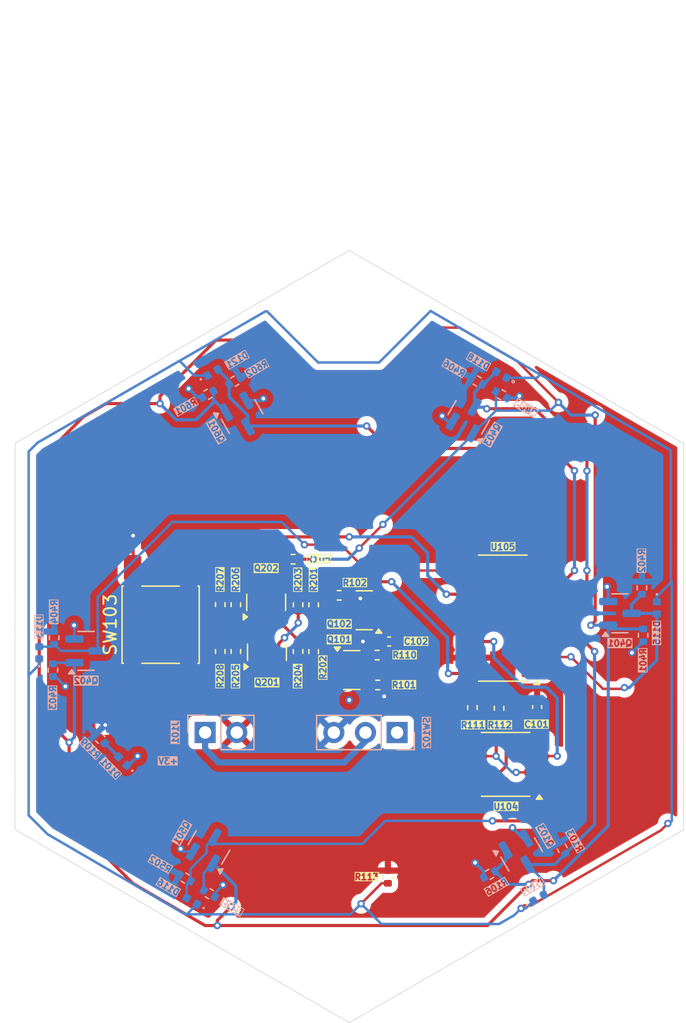
<source format=kicad_pcb>
(kicad_pcb (version 20241229) (generator "pcbnew") (generator_version "9.0")
  (layers (0 "F.Cu" signal) (2 "B.Cu" signal) (13 "F.Paste" user) (15 "B.Paste" user) (5 "F.SilkS" user "F.Silkscreen") (7 "B.SilkS" user "B.Silkscreen") (1 "F.Mask" user) (3 "B.Mask" user) (25 "Edge.Cuts" user))
  (net 0 "")
  (net 1 "GND")
  (net 2 "Net-(Q102-G)")
  (net 3 "Net-(D101-A)")
  (net 4 "/K")
  (net 5 "/SR_Latch/O1")
  (net 6 "/SR_Latch/O2")
  (net 7 "Net-(Q101-D)")
  (net 8 "Net-(Q102-D)")
  (net 9 "+3V")
  (net 10 "Net-(Q201-B)")
  (net 11 "Net-(Q201-E)")
  (net 12 "Net-(Q202-B)")
  (net 13 "Net-(Q202-E)")
  (net 14 "/DIS")
  (net 15 "/SR_Latch/Set")
  (net 16 "+VBatt")
  (net 18 "/CLK")
  (net 21 "/TR")
  (net 22 "VCC")
  (net 23 "/Q0")
  (net 24 "/Q4")
  (net 25 "/Q1")
  (net 26 "/Q5")
  (net 27 "/Q2")
  (net 28 "/Q3")
  (net 29 "/O1")
  (net 33 "/Q9")
  (footprint "Resistor_SMD:R_0402_1005Metric" (layer "F.Cu") (at 152.24 101.49)
    (property "Reference" "R110")
    (property "Value" "100")
  )
  (footprint "Resistor_SMD:R_0402_1005Metric" (layer "F.Cu") (at 162.030864 105.757234 -90)
    (property "Reference" "R112")
    (property "Value" "47k")
  )
  (footprint "MountingHole:MountingHole_3.2mm_M3" (layer "F.Cu") (at 150 73.8)
    (property "Reference" "REF**" (hide yes))
    (property "Value" "MountingHole_3.2mm_M3")
  )
  (footprint "Capacitor_SMD:C_0402_1005Metric" (layer "F.Cu") (at 165.085864 105.657234 90)
    (property "Reference" "C101")
    (property "Value" "1u")
  )
  (footprint "Resistor_SMD:R_0402_1005Metric" (layer "F.Cu") (at 140.89 101.2 90)
    (property "Reference" "R205")
    (property "Value" "10k")
  )
  (footprint "Resistor_SMD:R_0402_1005Metric" (layer "F.Cu") (at 153.1 119.3 -90)
    (property "Reference" "R113")
    (property "Value" "1k")
  )
  (footprint "Package_TO_SOT_SMD:SOT-23" (layer "F.Cu") (at 151.2025 97.89 180)
    (property "Reference" "Q102")
    (property "Value" "BSS84")
  )
  (footprint "Resistor_SMD:R_0402_1005Metric" (layer "F.Cu") (at 139.64 101.2 -90)
    (property "Reference" "R208")
    (property "Value" "100k")
  )
  (footprint "Package_TO_SOT_SMD:SOT-23" (layer "F.Cu") (at 143.3275 97.2625 90)
    (property "Reference" "Q202")
    (property "Value" "2N2222" (hide yes))
  )
  (footprint "Resistor_SMD:R_0402_1005Metric" (layer "F.Cu") (at 139.64 97.44 90)
    (property "Reference" "R207")
    (property "Value" "100k")
  )
  (footprint "Resistor_SMD:R_0402_1005Metric" (layer "F.Cu") (at 147.14 101.21 -90)
    (property "Reference" "R202")
    (property "Value" "1k")
  )
  (footprint "Resistor_SMD:R_0402_1005Metric" (layer "F.Cu") (at 145.49 93.79 180)
    (property "Reference" "R105")
    (property "Value" "100")
  )
  (footprint "Package_SO:SOIC-8_3.9x4.9mm_P1.27mm" (layer "F.Cu") (at 162.560864 110.262234 180)
    (property "Reference" "U104")
    (property "Value" "NE555D")
  )
  (footprint "Package_SO:SOP-16_3.9x9.9mm_P1.27mm" (layer "F.Cu") (at 162.335864 98.522234 180)
    (property "Reference" "U105")
    (property "Value" "4017")
  )
  (footprint "Resistor_SMD:R_0402_1005Metric" (layer "F.Cu") (at 159.885864 105.707234 90)
    (property "Reference" "R111")
    (property "Value" "1k")
  )
  (footprint "MountingHole:MountingHole_3.2mm_M3" (layer "F.Cu") (at 150 125.8)
    (property "Reference" "REF**" (hide yes))
    (property "Value" "MountingHole_3.2mm_M3")
  )
  (footprint "Resistor_SMD:R_0402_1005Metric" (layer "F.Cu") (at 145.89 97.45 90)
    (property "Reference" "R203")
    (property "Value" "10k")
  )
  (footprint "Resistor_SMD:R_0402_1005Metric" (layer "F.Cu") (at 145.89 101.2 90)
    (property "Reference" "R204")
    (property "Value" "10k" (hide yes))
  )
  (footprint "Package_TO_SOT_SMD:SOT-23" (layer "F.Cu") (at 150.2025 102.69)
    (property "Reference" "Q101")
    (property "Value" "2N7002")
  )
  (footprint "Button_Switch_SMD:SW_Push_1P1T_NO_E-Switch_TL3301NxxxxxG" (layer "F.Cu") (at 134.85 99.05 90)
    (property "Reference" "SW103")
    (property "Value" "SW_DIP_x01")
  )
  (footprint "Resistor_SMD:R_0402_1005Metric" (layer "F.Cu") (at 149.19 96.69 180)
    (property "Reference" "R102")
    (property "Value" "300")
  )
  (footprint "Package_TO_SOT_SMD:SOT-23" (layer "F.Cu") (at 143.39 101.2625 90)
    (property "Reference" "Q201")
    (property "Value" "2N2222")
  )
  (footprint "Resistor_SMD:R_0402_1005Metric" (layer "F.Cu") (at 147.14 97.45 90)
    (property "Reference" "R201")
    (property "Value" "1k")
  )
  (footprint "Resistor_SMD:R_0402_1005Metric" (layer "F.Cu") (at 140.89 97.44 90)
    (property "Reference" "R206")
    (property "Value" "10k")
  )
  (footprint "Capacitor_SMD:C_0402_1005Metric" (layer "F.Cu") (at 153.2 100.4)
    (property "Reference" "C102")
    (property "Value" "0.1u")
  )
  (footprint "Resistor_SMD:R_0402_1005Metric" (layer "F.Cu") (at 152.29 103.89)
    (property "Reference" "R101")
    (property "Value" "100k")
  )
  (footprint "Package_TO_SOT_SMD:SOT-23" (layer "B.Cu") (at 171.7375 98.1375)
    (property "Reference" "Q401")
    (property "Value" "IRLML6244")
  )
  (footprint "Resistor_SMD:R_0402_1005Metric" (layer "B.Cu") (at 130 108.2 135)
    (property "Reference" "R109")
    (property "Value" "470")
  )
  (footprint "Package_TO_SOT_SMD:SOT-23" (layer "B.Cu") (at 163.846025 117.486899 -60)
    (property "Reference" "Q103")
    (property "Value" "IRLML6244")
  )
  (footprint "LED_SMD:LED_0402_1005Metric" (layer "B.Cu") (at 174.7 97.7 -90)
    (property "Reference" "D115")
    (property "Value" "LED_Small")
  )
  (footprint "Resistor_SMD:R_0402_1005Metric" (layer "B.Cu") (at 161.259126 119.090874 30)
    (property "Reference" "R106")
    (property "Value" "100k")
  )
  (footprint "LED_SMD:LED_0402_1005Metric" (layer "B.Cu") (at 131.8 110 135)
    (property "Reference" "D101")
    (property "Value" "LED_Small")
  )
  (footprint "Package_TO_SOT_SMD:SOT-23" (layer "B.Cu") (at 159.6 82.4 60)
    (property "Reference" "Q403")
    (property "Value" "IRLML6244")
  )
  (footprint "LED_SMD:LED_0402_1005Metric" (layer "B.Cu") (at 165.209126 120.990874 30)
    (property "Reference" "D102")
    (property "Value" "LED_Small")
  )
  (footprint "Connector_PinHeader_2.54mm:PinHeader_1x03_P2.54mm_Vertical" (layer "B.Cu") (at 153.84 107.707137 90)
    (property "Reference" "SW102")
    (property "Value" "SW_SPDT")
  )
  (footprint "Connector_PinHeader_2.54mm:PinHeader_1x02_P2.54mm_Vertical" (layer "B.Cu") (at 138.425 107.7 -90)
    (property "Reference" "J101")
    (property "Value" "Conn_01x02")
  )
  (footprint "Resistor_SMD:R_0402_1005Metric" (layer "B.Cu") (at 173.6 99.9 90)
    (property "Reference" "R401")
    (property "Value" "100k")
  )
  (footprint "Resistor_SMD:R_0402_1005Metric" (layer "B.Cu") (at 126.3 100.1 90)
    (property "Reference" "R404")
    (property "Value" "470")
  )
  (footprint "Resistor_SMD:R_0402_1005Metric" (layer "B.Cu") (at 138.65 80.55 30)
    (property "Reference" "R601")
    (property "Value" "100k")
  )
  (footprint "LED_SMD:LED_0402_1005Metric" (layer "B.Cu") (at 139.020022 78.8075 30)
    (property "Reference" "D121")
    (property "Value" "LED_Small")
  )
  (footprint "Resistor_SMD:R_0402_1005Metric" (layer "B.Cu") (at 138.758327 120.641673 150)
    (property "Reference" "R501")
    (property "Value" "100k")
  )
  (footprint "Resistor_SMD:R_0402_1005Metric" (layer "B.Cu") (at 167.1 117 120)
    (property "Reference" "R103")
    (property "Value" "470")
  )
  (footprint "Package_TO_SOT_SMD:SOT-23" (layer "B.Cu") (at 138.727077 116.929774 60)
    (property "Reference" "Q501")
    (property "Value" "IRLML6244")
  )
  (footprint "LED_SMD:LED_0402_1005Metric" (layer "B.Cu") (at 125.1 101.3 90)
    (property "Reference" "D113")
    (property "Value" "LED_Small")
  )
  (footprint "LED_SMD:LED_0402_1005Metric" (layer "B.Cu") (at 137.358327 121.241673 150)
    (property "Reference" "D116")
    (property "Value" "LED_Small")
  )
  (footprint "Resistor_SMD:R_0402_1005Metric" (layer "B.Cu") (at 126.2 102.7 90)
    (property "Reference" "R403")
    (property "Value" "100k")
  )
  (footprint "Package_TO_SOT_SMD:SOT-23" (layer "B.Cu") (at 128.8625 101.15)
    (property "Reference" "Q402")
    (property "Value" "IRLML6244")
  )
  (footprint "Resistor_SMD:R_0402_1005Metric" (layer "B.Cu") (at 162.21875 80.588101 150)
    (property "Reference" "R405")
    (property "Value" "100k")
  )
  (footprint "Package_TO_SOT_SMD:SOT-23" (layer "B.Cu") (at 141.391474 82.336899 -60)
    (property "Reference" "Q601")
    (property "Value" "IRLML6244")
  )
  (footprint "Resistor_SMD:R_0402_1005Metric" (layer "B.Cu") (at 136.816654 119.386673 150)
    (property "Reference" "R502")
    (property "Value" "470")
  )
  (footprint "LED_SMD:LED_0402_1005Metric" (layer "B.Cu") (at 162.21875 78.988101 150)
    (property "Reference" "D118")
    (property "Value" "LED_Small")
  )
  (footprint "Resistor_SMD:R_0402_1005Metric" (layer "B.Cu") (at 160.26875 79.488101 150)
    (property "Reference" "R406")
    (property "Value" "470")
  )
  (footprint "Resistor_SMD:R_0402_1005Metric" (layer "B.Cu") (at 140.8 79.5 30)
    (property "Reference" "R602")
    (property "Value" "470")
  )
  (footprint "Resistor_SMD:R_0402_1005Metric" (layer "B.Cu") (at 173.5 96.09 90)
    (property "Reference" "R402")
    (property "Value" "470")
  )
  (gr_line (start 150 131) (end 176.839852 115.512004) (stroke (width 0.05)) (layer "Edge.Cuts"))
  (gr_line (start 123.163456 84.482272) (end 123.146573 115.488492) (stroke (width 0.05)) (layer "Edge.Cuts"))
  (gr_line (start 150 69) (end 123.163456 84.482272) (stroke (width 0.05)) (layer "Edge.Cuts"))
  (gr_line (start 176.848466 84.502908) (end 150 69) (stroke (width 0.05)) (layer "Edge.Cuts"))
  (gr_line (start 150 131) (end 123.146573 115.488492) (stroke (width 0.05)) (layer "Edge.Cuts"))
  (gr_line (start 176.839852 115.512004) (end 176.848466 84.502908) (stroke (width 0.05)) (layer "Edge.Cuts"))
  (gr_text "+3V" (at 136.3 110.3 0) (layer "B.SilkS" knockout) (effects (font (size 0.5 0.5) (thickness 0.125) (bold yes)) (justify left bottom mirror)))
  (segment (start 150 105.1) (end 149.265 104.365) (width 0.254) (layer "F.Cu") (net 1))
  (segment (start 149.265 104.365) (end 149.265 103.64) (width 0.254) (layer "F.Cu") (net 1))
  (segment (start 138.992 101.062) (end 139.64 101.71) (width 0.254) (layer "F.Cu") (net 1))
  (segment (start 138.992 99.8) (end 138.992 101.062) (width 0.254) (layer "F.Cu") (net 1))
  (segment (start 139.64 96.93) (end 138.992 97.578) (width 0.254) (layer "F.Cu") (net 1))
  (segment (start 138.992 97.578) (end 138.992 98.8) (width 0.254) (layer "F.Cu") (net 1))
  (segment (start 138.992 98.8) (end 138.992 99.8) (width 0.254) (layer "F.Cu") (net 1))
  (segment (start 165.095864 105.187234) (end 165.085864 105.177234) (width 0.254) (layer "F.Cu") (net 1))
  (via (at 133 109.6) (size 0.6) (drill 0.3) (layers "F.Cu" "B.Cu") (net 1))
  (via (at 143.1 80.9) (size 0.6) (drill 0.3) (layers "F.Cu" "B.Cu") (net 1))
  (via (at 150 105.1) (size 0.6) (drill 0.3) (layers "F.Cu" "B.Cu") (net 1))
  (via (at 127.9 99.1) (size 0.6) (drill 0.3) (layers "F.Cu" "B.Cu") (net 1))
  (via (at 160.107924 118.15565) (size 0.6) (drill 0.3) (layers "F.Cu" "B.Cu") (net 1))
  (via (at 170.7 96) (size 0.6) (drill 0.3) (layers "F.Cu" "B.Cu") (net 1))
  (via (at 127.2 104) (size 0.6) (drill 0.3) (layers "F.Cu" "B.Cu") (net 1))
  (via (at 139.858327 119.941673) (size 0.6) (drill 0.3) (layers "F.Cu" "B.Cu") (net 1))
  (via (at 136.458327 117.041673) (size 0.6) (drill 0.3) (layers "F.Cu" "B.Cu") (net 1))
  (via (at 163.107924 115.35565) (size 0.6) (drill 0.3) (layers "F.Cu" "B.Cu") (net 1))
  (via (at 157.458526 82.286899) (size 0.6) (drill 0.3) (layers "F.Cu" "B.Cu") (net 1))
  (via (at 163.658526 80.686899) (size 0.6) (drill 0.3) (layers "F.Cu" "B.Cu") (net 1))
  (via (at 137.1 80.1) (size 0.6) (drill 0.3) (layers "F.Cu" "B.Cu") (net 1))
  (via (at 172.7 101.3) (size 0.6) (drill 0.3) (layers "F.Cu" "B.Cu") (net 1))
  (segment (start 157.908526 82.736899) (end 157.458526 82.286899) (width 0.254) (layer "B.Cu") (net 1))
  (segment (start 170.8 97.1875) (end 170.8 96.1) (width 0.254) (layer "B.Cu") (net 1))
  (segment (start 173.6 100.41) (end 173.59 100.41) (width 0.254) (layer "B.Cu") (net 1))
  (segment (start 162.660423 80.843101) (end 163.502324 80.843101) (width 0.254) (layer "B.Cu") (net 1))
  (segment (start 158.308526 82.736899) (end 157.908526 82.736899) (width 0.254) (layer "B.Cu") (net 1))
  (segment (start 127.925 100.2) (end 127.925 99.125) (width 0.2) (layer "B.Cu") (net 1))
  (segment (start 141.745448 81.05) (end 142.95 81.05) (width 0.254) (layer "B.Cu") (net 1))
  (segment (start 160.817453 118.865179) (end 160.107924 118.15565) (width 0.254) (layer "B.Cu") (net 1))
  (segment (start 170.8 96.1) (end 170.7 96) (width 0.254) (layer "B.Cu") (net 1))
  (segment (start 132.257053 110.342947) (end 133 109.6) (width 0.254) (layer "B.Cu") (net 1))
  (segment (start 173.59 100.41) (end 172.7 101.3) (width 0.254) (layer "B.Cu") (net 1))
  (segment (start 163.502324 80.843101) (end 163.658526 80.686899) (width 0.254) (layer "B.Cu") (net 1))
  (segment (start 132.142947 110.342947) (end 132.257053 110.342947) (width 0.254) (layer "B.Cu") (net 1))
  (segment (start 126.41 103.21) (end 127.2 104) (width 0.2) (layer "B.Cu") (net 1))
  (segment (start 139.2 120.6) (end 139.858327 119.941673) (width 0.2) (layer "B.Cu") (net 1))
  (segment (start 160.817453 119.345874) (end 160.817453 118.865179) (width 0.254) (layer "B.Cu") (net 1))
  (segment (start 137.435603 117.266673) (end 136.683327 117.266673) (width 0.2) (layer "B.Cu") (net 1))
  (segment (start 138.208327 80.805) (end 137.805 80.805) (width 0.254) (layer "B.Cu") (net 1))
  (segment (start 163.952274 116.2) (end 163.107924 115.35565) (width 0.254) (layer "B.Cu") (net 1))
  (segment (start 137.805 80.805) (end 137.1 80.1) (width 0.254) (layer "B.Cu") (net 1))
  (segment (start 164.2 116.2) (end 163.952274 116.2) (width 0.254) (layer "B.Cu") (net 1))
  (segment (start 142.95 81.05) (end 143.1 80.9) (width 0.254) (layer "B.Cu") (net 1))
  (segment (start 152.72 101.46) (end 152.75 101.49) (width 0.254) (layer "F.Cu") (net 2))
  (segment (start 152.72 99.42) (end 152.72 100.39) (width 0.254) (layer "F.Cu") (net 2))
  (segment (start 152.72 100.39) (end 152.72 101.46) (width 0.254) (layer "F.Cu") (net 2))
  (segment (start 152.14 98.84) (end 152.72 99.42) (width 0.254) (layer "F.Cu") (net 2))
  (segment (start 131.457053 109.657053) (end 130.360624 108.560624) (width 0.254) (layer "B.Cu") (net 3))
  (segment (start 164.038101 121.582604) (end 163.79666 121.824045) (width 0.2) (layer "F.Cu") (net 4))
  (segment (start 152.59 119.81) (end 150.95 121.45) (width 0.2) (layer "F.Cu") (net 4))
  (segment (start 164.611487 121.582604) (end 164.038101 121.582604) (width 0.2) (layer "F.Cu") (net 4))
  (segment (start 153.1 119.81) (end 152.59 119.81) (width 0.2) (layer "F.Cu") (net 4))
  (segment (start 175.041328 115.549463) (end 164.611487 121.582604) (width 0.2) (layer "F.Cu") (net 4))
  (segment (start 175.586685 115.004106) (end 175.041328 115.549463) (width 0.2) (layer "F.Cu") (net 4))
  (via (at 150.95 121.45) (size 0.6) (drill 0.3) (layers "F.Cu" "B.Cu") (net 4))
  (via (at 163.79666 121.824045) (size 0.6) (drill 0.3) (layers "F.Cu" "B.Cu") (net 4))
  (via (at 175.586685 115.004106) (size 0.6) (drill 0.3) (layers "F.Cu" "B.Cu") (net 4))
  (segment (start 147.5 78) (end 143.394836 73.894836) (width 0.2) (layer "B.Cu") (net 4))
  (segment (start 137.55 79.05) (end 136.367641 77.867641) (width 0.2) (layer "B.Cu") (net 4))
  (segment (start 164.175955 121.824045) (end 164.766626 121.233374) (width 0.2) (layer "B.Cu") (net 4))
  (segment (start 150.1 122.3) (end 150.95 121.45) (width 0.2) (layer "B.Cu") (net 4))
  (segment (start 156.53176 73.862452) (end 152.394212 78) (width 0.2) (layer "B.Cu") (net 4))
  (segment (start 143.264326 73.894836) (end 136.367641 77.867641) (width 0.2) (layer "B.Cu") (net 4))
  (segment (start 163.79666 121.824045) (end 164.175955 121.824045) (width 0.2) (layer "B.Cu") (net 4))
  (segment (start 136.962522 122.3) (end 150.1 122.3) (width 0.2) (layer "B.Cu") (net 4))
  (segment (start 165.069399 79.230601) (end 165.332682 78.967318) (width 0.2) (layer "B.Cu") (net 4))
  (segment (start 174.7 96.8) (end 174.7 97.215) (width 0.2) (layer "B.Cu") (net 4))
  (segment (start 175.822071 95.522071) (end 175.9 95.6) (width 0.2) (layer "B.Cu") (net 4))
  (segment (start 125.765199 115.865199) (end 136.817178 122.3) (width 0.2) (layer "B.Cu") (net 4))
  (segment (start 165.332682 78.967318) (end 175.822071 85.051559) (width 0.2) (layer "B.Cu") (net 4))
  (segment (start 124.962446 84.437554) (end 124.249945 85.150055) (width 0.2) (layer "B.Cu") (net 4))
  (segment (start 143.394836 73.894836) (end 143.264326 73.894836) (width 0.2) (layer "B.Cu") (net 4))
  (segment (start 136.817178 122.3) (end 136.962522 122.3) (width 0.2) (layer "B.Cu") (net 4))
  (segment (start 175.695894 115.004106) (end 175.9 114.8) (width 0.2) (layer "B.Cu") (net 4))
  (segment (start 165.332682 78.967318) (end 156.53176 73.862452) (width 0.2) (layer "B.Cu") (net 4))
  (segment (start 162.638774 79.230601) (end 165.069399 79.230601) (width 0.2) (layer "B.Cu") (net 4))
  (segment (start 175.822071 85.051559) (end 175.822071 95.522071) (width 0.2) (layer "B.Cu") (net 4))
  (segment (start 162.026786 123.077724) (end 163.251303 122.369402) (width 0.2) (layer "B.Cu") (net 4))
  (segment (start 136.962522 122.3) (end 137.778349 121.484173) (width 0.2) (layer "B.Cu") (net 4))
  (segment (start 138.6 79.05) (end 137.55 79.05) (width 0.2) (layer "B.Cu") (net 4))
  (segment (start 175.586685 115.004106) (end 175.695894 115.004106) (width 0.2) (layer "B.Cu") (net 4))
  (segment (start 164.766626 121.233374) (end 164.789104 121.233374) (width 0.2) (layer "B.Cu") (net 4))
  (segment (start 136.367641 77.867641) (end 124.962446 84.437554) (width 0.2) (layer "B.Cu") (net 4))
  (segment (start 175.9 95.6) (end 174.7 96.8) (width 0.2) (layer "B.Cu") (net 4))
  (segment (start 150.95 121.45) (end 152.577724 123.077724) (width 0.2) (layer "B.Cu") (net 4))
  (segment (start 150.95 121.45) (end 150.9 121.4) (width 0.2) (layer "B.Cu") (net 4))
  (segment (start 125.1 102.261971) (end 125.1 101.785) (width 0.2) (layer "B.Cu") (net 4))
  (segment (start 124.249945 114.349945) (end 125.765199 115.865199) (width 0.2) (layer "B.Cu") (net 4))
  (segment (start 124.249945 85.150055) (end 124.249945 103.112026) (width 0.2) (layer "B.Cu") (net 4))
  (segment (start 124.249945 103.112026) (end 124.249945 114.349945) (width 0.2) (layer "B.Cu") (net 4))
  (segment (start 124.249945 103.112026) (end 125.1 102.261971) (width 0.2) (layer "B.Cu") (net 4))
  (segment (start 152.577724 123.077724) (end 162.026786 123.077724) (width 0.2) (layer "B.Cu") (net 4))
  (segment (start 152.394212 78) (end 147.5 78) (width 0.2) (layer "B.Cu") (net 4))
  (segment (start 175.9 95.6) (end 175.9 114.8) (width 0.2) (layer "B.Cu") (net 4))
  (segment (start 163.251303 122.369402) (end 163.79666 121.824045) (width 0.2) (layer "B.Cu") (net 4))
  (segment (start 143.375 96.325) (end 143.35125 96.34875) (width 0.254) (layer "F.Cu") (net 5))
  (segment (start 143.3275 96.325) (end 143.375 96.325) (width 0.254) (layer "F.Cu") (net 5))
  (segment (start 144.98 94.6725) (end 143.3275 96.325) (width 0.254) (layer "F.Cu") (net 5))
  (segment (start 143.35125 96.34875) (end 143.9425 96.94) (width 0.254) (layer "F.Cu") (net 5))
  (segment (start 144.98 93.79) (end 144.98 94.6725) (width 0.254) (layer "F.Cu") (net 5))
  (segment (start 143.9425 96.94) (end 145.89 96.94) (width 0.254) (layer "F.Cu") (net 5))
  (segment (start 147.14 96.94) (end 145.89 96.94) (width 0.254) (layer "F.Cu") (net 5))
  (segment (start 149.265 101.74) (end 147.16 101.74) (width 0.254) (layer "F.Cu") (net 6))
  (segment (start 147.14 101.72) (end 145.9 101.72) (width 0.254) (layer "F.Cu") (net 6))
  (segment (start 147.16 101.74) (end 147.14 101.72) (width 0.254) (layer "F.Cu") (net 6))
  (segment (start 143.39 103.89) (end 143.6 104.1) (width 0.254) (layer "F.Cu") (net 6))
  (segment (start 143.39 100.325) (end 143.39 103.89) (width 0.254) (layer "F.Cu") (net 6))
  (segment (start 144.8 104.1) (end 145.89 103.01) (width 0.254) (layer "F.Cu") (net 6))
  (segment (start 145.9 101.72) (end 145.89 101.71) (width 0.254) (layer "F.Cu") (net 6))
  (segment (start 143.6 104.1) (end 144.8 104.1) (width 0.254) (layer "F.Cu") (net 6))
  (segment (start 145.89 103.01) (end 145.89 101.71) (width 0.254) (layer "F.Cu") (net 6))
  (segment (start 151.14 102.08) (end 151.73 101.49) (width 0.254) (layer "F.Cu") (net 7))
  (segment (start 151.14 102.69) (end 151.14 102.08) (width 0.254) (layer "F.Cu") (net 7))
  (segment (start 151.14 103.25) (end 151.78 103.89) (width 0.254) (layer "F.Cu") (net 7))
  (segment (start 151.14 102.69) (end 151.14 103.25) (width 0.254) (layer "F.Cu") (net 7))
  (segment (start 149.7 96.69) (end 149.7 97.325) (width 0.254) (layer "F.Cu") (net 8))
  (segment (start 149.7 97.325) (end 150.265 97.89) (width 0.254) (layer "F.Cu") (net 8))
  (segment (start 147.44 100.4) (end 151.1 100.4) (width 0.254) (layer "F.Cu") (net 9))
  (segment (start 132.64 91.9) (end 132.64 104.86) (width 0.254) (layer "F.Cu") (net 9))
  (segment (start 147.14 100.7) (end 147.44 100.4) (width 0.254) (layer "F.Cu") (net 9))
  (segment (start 150.89 96.94) (end 152.14 96.94) (width 0.254) (layer "F.Cu") (net 9))
  (segment (start 147.14 100.7) (end 147.14 97.96) (width 0.254) (layer "F.Cu") (net 9))
  (segment (start 152.8 104.8) (end 152.8 103.89) (width 0.254) (layer "F.Cu") (net 9))
  (segment (start 132.64 104.86) (end 130.4 107.1) (width 0.254) (layer "F.Cu") (net 9))
  (via (at 152.8 104.8) (size 0.6) (drill 0.3) (layers "F.Cu" "B.Cu") (net 9))
  (via (at 150.89 96.94) (size 0.6) (drill 0.3) (layers "F.Cu" "B.Cu") (net 9))
  (via (at 151.1 100.4) (size 0.6) (drill 0.3) (layers "F.Cu" "B.Cu") (net 9))
  (via (at 130.4 107.1) (size 0.6) (drill 0.3) (layers "F.Cu" "B.Cu") (net 9))
  (via (at 132.64 91.9) (size 0.6) (drill 0.3) (layers "F.Cu" "B.Cu") (net 9))
  (segment (start 130.378752 107.1) (end 129.639376 107.839376) (width 0.254) (layer "B.Cu") (net 9))
  (segment (start 130.4 107.1) (end 130.378752 107.1) (width 0.254) (layer "B.Cu") (net 9))
  (segment (start 145.9 97.97) (end 145.89 97.96) (width 0.254) (layer "F.Cu") (net 10))
  (segment (start 145.9 98.9) (end 145.9 97.97) (width 0.254) (layer "F.Cu") (net 10))
  (segment (start 144.34 100.56) (end 144.8 100.1) (width 0.254) (layer "F.Cu") (net 10))
  (segment (start 144.34 102.2) (end 144.34 101.26) (width 0.254) (layer "F.Cu") (net 10))
  (segment (start 144.34 101.26) (end 144.34 100.56) (width 0.254) (layer "F.Cu") (net 10))
  (segment (start 145.8 98.05) (end 145.89 97.96) (width 0.254) (layer "F.Cu") (net 10))
  (via (at 144.8 100.1) (size 0.6) (drill 0.3) (layers "F.Cu" "B.Cu") (net 10))
  (via (at 145.9 98.9) (size 0.6) (drill 0.3) (layers "F.Cu" "B.Cu") (net 10))
  (segment (start 145.9 99) (end 145.9 98.9) (width 0.254) (layer "B.Cu") (net 10))
  (segment (start 144.8 100.1) (end 145.9 99) (width 0.254) (layer "B.Cu") (net 10))
  (segment (start 142.44 101.49) (end 142.44 102.2) (width 0.254) (layer "F.Cu") (net 11))
  (segment (start 141.64 100.69) (end 142.44 101.49) (width 0.254) (layer "F.Cu") (net 11))
  (segment (start 140.89 100.69) (end 141.64 100.69) (width 0.254) (layer "F.Cu") (net 11))
  (segment (start 139.64 100.69) (end 140.89 100.69) (width 0.254) (layer "F.Cu") (net 11))
  (segment (start 145.89 100.69) (end 145.89 100.29) (width 0.254) (layer "F.Cu") (net 12))
  (segment (start 144.2775 98.6775) (end 144.2775 98.2) (width 0.254) (layer "F.Cu") (net 12))
  (segment (start 145.89 100.29) (end 144.2775 98.6775) (width 0.254) (layer "F.Cu") (net 12))
  (segment (start 140.89 97.95) (end 142.1275 97.95) (width 0.254) (layer "F.Cu") (net 13))
  (segment (start 142.1275 97.95) (end 142.3775 98.2) (width 0.254) (layer "F.Cu") (net 13))
  (segment (start 139.64 97.95) (end 140.89 97.95) (width 0.254) (layer "F.Cu") (net 13))
  (segment (start 161.745 105.165) (end 160.675 106.235) (width 0.2) (layer "F.Cu") (net 14))
  (segment (start 162.145 105.165) (end 161.745 105.165) (width 0.2) (layer "F.Cu") (net 14))
  (segment (start 160.675 106.235) (end 160.185 106.235) (width 0.2) (layer "F.Cu") (net 14))
  (segment (start 159.025001 110.905) (end 160 110.905) (width 0.2) (layer "F.Cu") (net 14))
  (segment (start 158.25 110.129999) (end 159.025001 110.905) (width 0.2) (layer "F.Cu") (net 14))
  (segment (start 159.24 106.235) (end 158.25 107.225) (width 0.2) (layer "F.Cu") (net 14))
  (segment (start 159.85 106.235) (end 159.24 106.235) (width 0.2) (layer "F.Cu") (net 14))
  (segment (start 158.25 107.225) (end 158.25 110.129999) (width 0.2) (layer "F.Cu") (net 14))
  (segment (start 160.59 106.235) (end 159.85 106.235) (width 0.2) (layer "F.Cu") (net 14))
  (segment (start 137 103.2) (end 137 95.69) (width 0.254) (layer "F.Cu") (net 15))
  (segment (start 140.89 101.71) (end 140.89 103.01) (width 0.254) (layer "F.Cu") (net 15))
  (segment (start 137.4 103.6) (end 137 103.2) (width 0.254) (layer "F.Cu") (net 15))
  (segment (start 137 95.69) (end 137.1 95.59) (width 0.254) (layer "F.Cu") (net 15))
  (segment (start 140.3 103.6) (end 137.4 103.6) (width 0.254) (layer "F.Cu") (net 15))
  (segment (start 140.89 103.01) (end 140.3 103.6) (width 0.254) (layer "F.Cu") (net 15))
  (segment (start 137.1 95.59) (end 137.1 94.5) (width 0.254) (layer "F.Cu") (net 15))
  (segment (start 139.507137 110.107137) (end 149.592863 110.107137) (width 0.508) (layer "B.Cu") (net 16))
  (segment (start 149.592863 110.107137) (end 151.3 108.4) (width 0.508) (layer "B.Cu") (net 16))
  (segment (start 138.425 109.025) (end 139.507137 110.107137) (width 0.508) (layer "B.Cu") (net 16))
  (segment (start 138.425 107.7) (end 138.425 109.025) (width 0.508) (layer "B.Cu") (net 16))
  (segment (start 166.7 109.6) (end 165.331968 109.6) (width 0.2) (layer "F.Cu") (net 18))
  (segment (start 159.863098 100.4) (end 159.835864 100.427234) (width 0.254) (layer "F.Cu") (net 18))
  (segment (start 161.6 100.4) (end 159.863098 100.4) (width 0.254) (layer "F.Cu") (net 18))
  (segment (start 165.296968 109.635) (end 164.95 109.635) (width 0.2) (layer "F.Cu") (net 18))
  (segment (start 165.331968 109.6) (end 165.296968 109.635) (width 0.2) (layer "F.Cu") (net 18))
  (via (at 161.6 100.4) (size 0.6) (drill 0.3) (layers "F.Cu" "B.Cu") (net 18))
  (via (at 166.7 109.6) (size 0.6) (drill 0.3) (layers "F.Cu" "B.Cu") (net 18))
  (segment (start 161.6 100.4) (end 161.6 101.675) (width 0.254) (layer "B.Cu") (net 18))
  (segment (start 164 104.075) (end 165.841523 104.075) (width 0.254) (layer "B.Cu") (net 18))
  (segment (start 161.6 101.675) (end 164 104.075) (width 0.254) (layer "B.Cu") (net 18))
  (segment (start 166.7 104.933477) (end 166.7 109.6) (width 0.254) (layer "B.Cu") (net 18))
  (segment (start 165.841523 104.075) (end 166.7 104.933477) (width 0.254) (layer "B.Cu") (net 18))
  (segment (start 161.8 109.593098) (end 161.8 106.498098) (width 0.254) (layer "F.Cu") (net 21))
  (segment (start 161.785864 109.607234) (end 160.105864 109.607234) (width 0.2) (layer "F.Cu") (net 21))
  (segment (start 162.22 106.2) (end 164.905 106.2) (width 0.254) (layer "F.Cu") (net 21))
  (segment (start 163.4 110.905) (end 164.95 110.905) (width 0.2) (layer "F.Cu") (net 21))
  (segment (start 161.785864 109.607234) (end 161.8 109.593098) (width 0.254) (layer "F.Cu") (net 21))
  (segment (start 161.8 106.498098) (end 162.030864 106.267234) (width 0.254) (layer "F.Cu") (net 21))
  (segment (start 160.105864 109.607234) (end 160.085864 109.627234) (width 0.2) (layer "F.Cu") (net 21))
  (segment (start 164.905 106.2) (end 164.95 106.155) (width 0.2) (layer "F.Cu") (net 21))
  (via (at 161.785864 109.607234) (size 0.6) (drill 0.3) (layers "F.Cu" "B.Cu") (net 21))
  (via (at 163.4 110.905) (size 0.6) (drill 0.3) (layers "F.Cu" "B.Cu") (net 21))
  (segment (start 163.38363 110.92137) (end 163.4 110.905) (width 0.2) (layer "B.Cu") (net 21))
  (segment (start 161.785864 109.607234) (end 163.1 110.92137) (width 0.2) (layer "B.Cu") (net 21))
  (segment (start 163.1 110.92137) (end 163.38363 110.92137) (width 0.2) (layer "B.Cu") (net 21))
  (segment (start 165.035864 108.357234) (end 163.342766 108.357234) (width 0.254) (layer "F.Cu") (net 22))
  (segment (start 157.585864 110.375) (end 159.378098 112.167234) (width 0.254) (layer "F.Cu") (net 22))
  (segment (start 163.342766 108.357234) (end 162.6 109.1) (width 0.254) (layer "F.Cu") (net 22))
  (segment (start 159.565865 105.197234) (end 157.585864 107.177235) (width 0.254) (layer "F.Cu") (net 22))
  (segment (start 162.2 110.8) (end 160.825 112.175) (width 0.254) (layer "F.Cu") (net 22))
  (segment (start 148.68 96.69) (end 149.77 95.6) (width 0.254) (layer "F.Cu") (net 22))
  (segment (start 159.378098 112.167234) (end 160.085864 112.167234) (width 0.254) (layer "F.Cu") (net 22))
  (segment (start 157.965864 102.967234) (end 159.835864 102.967234) (width 0.254) (layer "F.Cu") (net 22))
  (segment (start 153.4 95.6) (end 153.6 95.6) (width 0.254) (layer "F.Cu") (net 22))
  (segment (start 159.835864 105.200864) (end 159.85 105.215) (width 0.2) (layer "F.Cu") (net 22))
  (segment (start 164.95 108.365) (end 164.635 108.365) (width 0.2) (layer "F.Cu") (net 22))
  (segment (start 157.585864 107.177235) (end 157.585864 110.375) (width 0.254) (layer "F.Cu") (net 22))
  (segment (start 160.25 102.915) (end 159.835864 103.329136) (width 0.2) (layer "F.Cu") (net 22))
  (segment (start 159.835864 103.329136) (end 159.835864 105.200864) (width 0.2) (layer "F.Cu") (net 22))
  (segment (start 149.77 95.6) (end 153.4 95.6) (width 0.254) (layer "F.Cu") (net 22))
  (segment (start 162.6 109.1) (end 162.6 110.4) (width 0.254) (layer "F.Cu") (net 22))
  (segment (start 162.6 110.4) (end 162.2 110.8) (width 0.254) (layer "F.Cu") (net 22))
  (segment (start 159.885864 105.197234) (end 159.565865 105.197234) (width 0.254) (layer "F.Cu") (net 22))
  (via (at 153.4 95.6) (size 0.6) (drill 0.3) (layers "F.Cu" "B.Cu") (net 22))
  (via (at 157.965864 102.967234) (size 0.6) (drill 0.3) (layers "F.Cu" "B.Cu") (net 22))
  (segment (start 157.9 100.1) (end 153.4 95.6) (width 0.254) (layer "B.Cu") (net 22))
  (segment (start 157.965864 102.967234) (end 157.9 102.90137) (width 0.254) (layer "B.Cu") (net 22))
  (segment (start 157.9 102.90137) (end 157.9 100.1) (width 0.254) (layer "B.Cu") (net 22))
  (segment (start 164.835864 100.427234) (end 168.927234 100.427234) (width 0.254) (layer "F.Cu") (net 23))
  (segment (start 169.7 101.2) (end 169.6 101.1) (width 0.254) (layer "F.Cu") (net 23))
  (segment (start 168.927234 100.427234) (end 169.7 101.2) (width 0.254) (layer "F.Cu") (net 23))
  (via (at 169.7 101.2) (size 0.6) (drill 0.3) (layers "F.Cu" "B.Cu") (net 23))
  (segment (start 165.451626 120.570852) (end 165.685882 120.805108) (width 0.254) (layer "B.Cu") (net 23))
  (segment (start 166.497874 118.298799) (end 169.7 115.096673) (width 0.254) (layer "B.Cu") (net 23))
  (segment (start 165.629148 120.748374) (end 165.629148 119.613172) (width 0.2) (layer "B.Cu") (net 23))
  (segment (start 169.7 115.096673) (end 169.7 101.2) (width 0.254) (layer "B.Cu") (net 23))
  (segment (start 164.314775 118.298799) (end 166.497874 118.298799) (width 0.254) (layer "B.Cu") (net 23))
  (segment (start 165.629148 119.613172) (end 164.314775 118.298799) (width 0.2) (layer "B.Cu") (net 23))
  (segment (start 159.18863 94.7) (end 159.835864 95.347234) (width 0.2) (layer "F.Cu") (net 24))
  (segment (start 149.327 92.627) (end 151.4 94.7) (width 0.2) (layer "F.Cu") (net 24))
  (segment (start 146.4 92.627) (end 149.327 92.627) (width 0.2) (layer "F.Cu") (net 24))
  (segment (start 151.4 94.7) (end 159.18863 94.7) (width 0.2) (layer "F.Cu") (net 24))
  (via (at 146.4 92.627) (size 0.6) (drill 0.3) (layers "F.Cu" "B.Cu") (net 24))
  (segment (start 129.8 96.8) (end 129.8 101.15) (width 0.2) (layer "B.Cu") (net 24))
  (segment (start 126.095 100.815) (end 126.3 100.61) (width 0.2) (layer "B.Cu") (net 24))
  (segment (start 146.4 92.627) (end 144.573 90.8) (width 0.2) (layer "B.Cu") (net 24))
  (segment (start 126.84 101.15) (end 126.3 100.61) (width 0.2) (layer "B.Cu") (net 24))
  (segment (start 129.8 101.15) (end 126.84 101.15) (width 0.2) (layer "B.Cu") (net 24))
  (segment (start 125.1 100.815) (end 126.095 100.815) (width 0.2) (layer "B.Cu") (net 24))
  (segment (start 144.573 90.8) (end 135.8 90.8) (width 0.2) (layer "B.Cu") (net 24))
  (segment (start 135.8 90.8) (end 129.8 96.8) (width 0.2) (layer "B.Cu") (net 24))
  (segment (start 167.78 101.645) (end 165.25 101.645) (width 0.2) (layer "F.Cu") (net 25))
  (segment (start 172 104.2) (end 170.375 104.2) (width 0.2) (layer "F.Cu") (net 25))
  (segment (start 170.375 104.2) (end 167.8 101.625) (width 0.2) (layer "F.Cu") (net 25))
  (segment (start 172.1 104.1) (end 172 104.2) (width 0.2) (layer "F.Cu") (net 25))
  (segment (start 167.8 101.625) (end 167.78 101.645) (width 0.2) (layer "F.Cu") (net 25))
  (via (at 167.8 101.625) (size 0.6) (drill 0.3) (layers "F.Cu" "B.Cu") (net 25))
  (via (at 172.1 104.1) (size 0.6) (drill 0.3) (layers "F.Cu" "B.Cu") (net 25))
  (segment (start 172.675 97.425) (end 173.5 96.6) (width 0.254) (layer "B.Cu") (net 25))
  (segment (start 174.6525 98.1375) (end 174.7 98.185) (width 0.254) (layer "B.Cu") (net 25))
  (segment (start 174.7 101.9) (end 174.7 98.185) (width 0.254) (layer "B.Cu") (net 25))
  (segment (start 172.675 98.1375) (end 172.675 97.425) (width 0.254) (layer "B.Cu") (net 25))
  (segment (start 172.5 104.1) (end 174.7 101.9) (width 0.254) (layer "B.Cu") (net 25))
  (segment (start 172.675 98.1375) (end 174.6525 98.1375) (width 0.254) (layer "B.Cu") (net 25))
  (segment (start 172.1 104.1) (end 172.5 104.1) (width 0.254) (layer "B.Cu") (net 25))
  (segment (start 167.8 112.9) (end 165.9 114.8) (width 0.254) (layer "F.Cu") (net 26))
  (segment (start 165.25 102.915) (end 166.9 102.915) (width 0.254) (layer "F.Cu") (net 26))
  (segment (start 165.9 114.8) (end 161.5 114.8) (width 0.254) (layer "F.Cu") (net 26))
  (segment (start 167.8 103.8) (end 167.8 112.9) (width 0.254) (layer "F.Cu") (net 26))
  (segment (start 166.9 102.915) (end 166.915 102.915) (width 0.254) (layer "F.Cu") (net 26))
  (segment (start 166.915 102.915) (end 167.8 103.8) (width 0.254) (layer "F.Cu") (net 26))
  (via (at 161.5 114.8) (size 0.6) (drill 0.3) (layers "F.Cu" "B.Cu") (net 26))
  (segment (start 151.056524 116.643476) (end 152.9 114.8) (width 0.2) (layer "B.Cu") (net 26))
  (segment (start 138.558327 116.755375) (end 138.558327 117.341673) (width 0.2) (layer "B.Cu") (net 26))
  (segment (start 152.9 114.8) (end 161.5 114.8) (width 0.2) (layer "B.Cu") (net 26))
  (segment (start 139.195827 116.117875) (end 138.558327 116.755375) (width 0.2) (layer "B.Cu") (net 26))
  (segment (start 136.938305 119.961695) (end 137.258327 119.641673) (width 0.2) (layer "B.Cu") (net 26))
  (segment (start 138.793679 116.643476) (end 151.056524 116.643476) (width 0.2) (layer "B.Cu") (net 26))
  (segment (start 138.558327 117.341673) (end 137.258327 118.641673) (width 0.2) (layer "B.Cu") (net 26))
  (segment (start 136.938305 120.999173) (end 136.938305 119.961695) (width 0.2) (layer "B.Cu") (net 26))
  (segment (start 137.258327 118.641673) (end 137.258327 119.641673) (width 0.2) (layer "B.Cu") (net 26))
  (segment (start 164.9 81.7) (end 169.1 85.9) (width 0.254) (layer "F.Cu") (net 27))
  (segment (start 169.085864 97.819136) (end 167.8 99.105) (width 0.254) (layer "F.Cu") (net 27))
  (segment (start 161.042405 81.711756) (end 164.888244 81.711756) (width 0.254) (layer "F.Cu") (net 27))
  (segment (start 167.8 99.105) (end 165.25 99.105) (width 0.254) (layer "F.Cu") (net 27))
  (segment (start 169.085864 86.7) (end 169.085864 85.914136) (width 0.254) (layer "F.Cu") (net 27))
  (segment (start 164.888244 81.711756) (end 164.9 81.7) (width 0.254) (layer "F.Cu") (net 27))
  (segment (start 169.085864 97.819136) (end 169.085864 94.7) (width 0.254) (layer "F.Cu") (net 27))
  (segment (start 169.085864 85.914136) (end 169.1 85.9) (width 0.254) (layer "F.Cu") (net 27))
  (via (at 169.085864 86.7) (size 0.6) (drill 0.3) (layers "F.Cu" "B.Cu") (net 27))
  (via (at 161.042405 81.711756) (size 0.6) (drill 0.3) (layers "F.Cu" "B.Cu") (net 27))
  (via (at 169.085864 94.7) (size 0.6) (drill 0.3) (layers "F.Cu" "B.Cu") (net 27))
  (segment (start 160.710423 79.743101) (end 160.801226 79.743101) (width 0.254) (layer "B.Cu") (net 27))
  (segment (start 160.06875 81.588101) (end 160.91875 81.588101) (width 0.254) (layer "B.Cu") (net 27))
  (segment (start 160.801226 79.743101) (end 161.798726 78.745601) (width 0.254) (layer "B.Cu") (net 27))
  (segment (start 169.085864 94.7) (end 169.085864 86.7) (width 0.254) (layer "B.Cu") (net 27))
  (segment (start 160.06875 80.384774) (end 160.710423 79.743101) (width 0.254) (layer "B.Cu") (net 27))
  (segment (start 160.06875 81.588101) (end 160.06875 80.384774) (width 0.254) (layer "B.Cu") (net 27))
  (segment (start 160.91875 81.588101) (end 161.042405 81.711756) (width 0.254) (layer "B.Cu") (net 27))
  (segment (start 166.3 84.9) (end 168.085864 86.685864) (width 0.254) (layer "F.Cu") (net 28))
  (segment (start 165.25 95.295) (end 167.528098 95.295) (width 0.254) (layer "F.Cu") (net 28))
  (segment (start 153.2 84.9) (end 166.3 84.9) (width 0.254) (layer "F.Cu") (net 28))
  (segment (start 151.4 83.1) (end 153.2 84.9) (width 0.254) (layer "F.Cu") (net 28))
  (segment (start 168.085864 94.737234) (end 168.085864 94.7) (width 0.254) (layer "F.Cu") (net 28))
  (segment (start 167.528098 95.295) (end 168.085864 94.737234) (width 0.254) (layer "F.Cu") (net 28))
  (via (at 151.4 83.1) (size 0.6) (drill 0.3) (layers "F.Cu" "B.Cu") (net 28))
  (via (at 168.085864 86.685864) (size 0.6) (drill 0.3) (layers "F.Cu" "B.Cu") (net 28))
  (via (at 168.085864 94.7) (size 0.6) (drill 0.3) (layers "F.Cu" "B.Cu") (net 28))
  (segment (start 141.860224 83.148798) (end 141.860224 82.26302) (width 0.254) (layer "B.Cu") (net 28))
  (segment (start 140.358327 79.483283) (end 139.440044 78.565) (width 0.254) (layer "B.Cu") (net 28))
  (segment (start 142.162628 83.148798) (end 141.860224 83.148798) (width 0.254) (layer "B.Cu") (net 28))
  (segment (start 140.358327 79.755) (end 140.358327 79.483283) (width 0.254) (layer "B.Cu") (net 28))
  (segment (start 168.085864 94.7) (end 168.085864 86.685864) (width 0.254) (layer "B.Cu") (net 28))
  (segment (start 141.860224 82.26302) (end 140.358327 80.761123) (width 0.254) (layer "B.Cu") (net 28))
  (segment (start 142.211426 83.1) (end 142.162628 83.148798) (width 0.254) (layer "B.Cu") (net 28))
  (segment (start 140.358327 80.761123) (end 140.358327 79.755) (width 0.254) (layer "B.Cu") (net 28))
  (segment (start 151.4 83.1) (end 142.211426 83.1) (width 0.254) (layer "B.Cu") (net 28))
  (segment (start 152.7 78.8) (end 153.9 78.8) (width 0.254) (layer "F.Cu") (net 29))
  (segment (start 139.4 123.2) (end 139.4 122.8) (width 0.254) (layer "F.Cu") (net 29))
  (segment (start 169.4 99.1) (end 169.749452 98.750548) (width 0.254) (layer "F.Cu") (net 29))
  (segment (start 169.749452 98.750548) (end 169.749452 82.22284) (width 0.254) (layer "F.Cu") (net 29))
  (segment (start 138.4 77.1) (end 139.277289 76.222711) (width 0.254) (layer "F.Cu") (net 29))
  (segment (start 140.3 76.2) (end 144.5 76.2) (width 0.254) (layer "F.Cu") (net 29))
  (segment (start 128.66294 82.33706) (end 125.1 85.9) (width 0.254) (layer "F.Cu") (net 29))
  (segment (start 152.7 91) (end 150.8 92.9) (width 0.2) (layer "F.Cu") (net 29))
  (segment (start 134.8 81.3) (end 134.8 80.7) (width 0.254) (layer "F.Cu") (net 29))
  (segment (start 158.837727 75.2) (end 157.5 75.2) (width 0.2) (layer "F.Cu") (net 29))
  (segment (start 139.277289 76.222711) (end 139.316714 76.2) (width 0.254) (layer "F.Cu") (net 29))
  (segment (start 130.463249 81.3) (end 128.66294 82.33706) (width 0.254) (layer "F.Cu") (net 29))
  (segment (start 138.061992 122.993526) (end 138.416618 123.2) (width 0.254) (layer "F.Cu") (net 29))
  (segment (start 125.1 106.1) (end 127.5 108.5) (width 0.254) (layer "F.Cu") (net 29))
  (segment (start 147.1 93.79) (end 146 93.79) (width 0.254) (layer "F.Cu") (net 29))
  (segment (start 131.7 118.9) (end 132.632044 119.832044) (width 0.254) (layer "F.Cu") (net 29))
  (segment (start 132.632044 119.832044) (end 138.061992 122.993526) (width 0.254) (layer "F.Cu") (net 29))
  (segment (start 127.5 114.7) (end 127.5 108.5) (width 0.254) (layer "F.Cu") (net 29))
  (segment (start 161.1 123.2) (end 164.4 119.9) (width 0.254) (layer "F.Cu") (net 29))
  (segment (start 125.1 85.9) (end 125.1 106.1) (width 0.254) (layer "F.Cu") (net 29))
  (segment (start 134.8 80.7) (end 138.4 77.1) (width 0.254) (layer "F.Cu") (net 29))
  (segment (start 139.4 122.8) (end 140.5 121.7) (width 0.254) (layer "F.Cu") (net 29))
  (segment (start 166.8 81.2) (end 163.510225 77.910225) (width 0.2) (layer "F.Cu") (net 29))
  (segment (start 134.8 81.3) (end 130.463249 81.3) (width 0.254) (layer "F.Cu") (net 29))
  (segment (start 131.7 118.9) (end 127.5 114.7) (width 0.254) (layer "F.Cu") (net 29))
  (segment (start 163.510225 77.910225) (end 158.837727 75.2) (width 0.2) (layer "F.Cu") (net 29))
  (segment (start 138.416618 123.2) (end 139.4 123.2) (width 0.254) (layer "F.Cu") (net 29))
  (segment (start 147.1 78.8) (end 152.7 78.8) (width 0.254) (layer "F.Cu") (net 29))
  (segment (start 139.316714 76.2) (end 140.3 76.2) (width 0.254) (layer "F.Cu") (net 29))
  (segment (start 164.4 119.9) (end 164.7 119.6) (width 0.254) (layer "F.Cu") (net 29))
  (segment (start 144.5 76.2) (end 146.4 78.1) (width 0.254) (layer "F.Cu") (net 29))
  (segment (start 139.4 123.2) (end 161.1 123.2) (width 0.254) (layer "F.Cu") (net 29))
  (segment (start 153.9 78.8) (end 157.5 75.2) (width 0.254) (layer "F.Cu") (net 29))
  (segment (start 146.4 78.1) (end 147.1 78.8) (width 0.254) (layer "F.Cu") (net 29))
  (segment (start 164.7 119.6) (end 166.4 119.6) (width 0.254) (layer "F.Cu") (net 29))
  (via (at 127.5 108.5) (size 0.6) (drill 0.3) (layers "F.Cu" "B.Cu") (net 29))
  (via (at 140.5 121.7) (size 0.6) (drill 0.3) (layers "F.Cu" "B.Cu") (net 29))
  (via (at 134.8 81.3) (size 0.6) (drill 0.3) (layers "F.Cu" "B.Cu") (net 29))
  (via (at 150.8 92.9) (size 0.6) (drill 0.3) (layers "F.Cu" "B.Cu") (net 29))
  (via (at 139.4 123.2) (size 0.6) (drill 0.3) (layers "F.Cu" "B.Cu") (net 29))
  (via (at 169.749452 82.22284) (size 0.6) (drill 0.3) (layers "F.Cu" "B.Cu") (net 29))
  (via (at 152.7 91) (size 0.6) (drill 0.3) (layers "F.Cu" "B.Cu") (net 29))
  (via (at 166.4 119.6) (size 0.6) (drill 0.3) (layers "F.Cu" "B.Cu") (net 29))
  (via (at 166.8 81.2) (size 0.6) (drill 0.3) (layers "F.Cu" "B.Cu") (net 29))
  (via (at 164.4 119.9) (size 0.6) (drill 0.3) (layers "F.Cu" "B.Cu") (net 29))
  (via (at 147.1 93.79) (size 0.6) (drill 0.3) (layers "F.Cu" "B.Cu") (net 29))
  (via (at 169.4 99.1) (size 0.6) (drill 0.3) (layers "F.Cu" "B.Cu") (net 29))
  (segment (start 166.136204 81.863796) (end 166.8 81.2) (width 0.2) (layer "B.Cu") (net 29))
  (segment (start 150.8 92.9) (end 149.91 93.79) (width 0.254) (layer "B.Cu") (net 29))
  (segment (start 162.764925 119.9) (end 164.4 119.9) (width 0.254) (layer "B.Cu") (net 29))
  (segment (start 161.777077 81.863796) (end 159.953974 83.686899) (width 0.2) (layer "B.Cu") (net 29))
  (segment (start 167.82284 82.22284) (end 166.8 81.2) (width 0.254) (layer "B.Cu") (net 29))
  (segment (start 159.953974 83.746026) (end 152.7 91) (width 0.2) (layer "B.Cu") (net 29))
  (segment (start 138.316654 118.98107) (end 139.081051 118.216673) (width 0.2) (layer "B.Cu") (net 29))
  (segment (start 140.9 120.035622) (end 139.081051 118.216673) (width 0.254) (layer "B.Cu") (net 29))
  (segment (start 149.91 93.79) (end 147.1 93.79) (width 0.254) (layer "B.Cu") (net 29))
  (segment (start 169.749452 82.22284) (end 169.749452 82.023999) (width 0.254) (layer "B.Cu") (net 29))
  (segment (start 173.6 99.39) (end 171.1025 99.39) (width 0.254) (layer "B.Cu") (net 29))
  (segment (start 138.316654 120.386673) (end 138.316654 118.98107) (width 0.2) (layer "B.Cu") (net 29))
  (segment (start 171.1025 99.39) (end 170.8 99.0875) (width 0.254) (layer "B.Cu") (net 29))
  (segment (start 166.4 119.6) (end 170.8 115.2) (width 0.254) (layer "B.Cu") (net 29))
  (segment (start 139.091673 80.295) (end 139.091673 80.991673) (width 0.254) (layer "B.Cu") (net 29))
  (segment (start 140.5 121.7) (end 140.9 121.3) (width 0.254) (layer "B.Cu") (net 29))
  (segment (start 136.1 82.6) (end 134.8 81.3) (width 0.254) (layer "B.Cu") (net 29))
  (segment (start 161.777077 80.333101) (end 161.777077 81.863796) (width 0.2) (layer "B.Cu") (net 29))
  (segment (start 169.749452 82.22284) (end 167.82284 82.22284) (width 0.254) (layer "B.Cu") (net 29))
  (segment (start 159.953974 83.686899) (end 159.953974 83.746026) (width 0.2) (layer "B.Cu") (net 29))
  (segment (start 139.091673 80.991673) (end 139.2 81.1) (width 0.254) (layer "B.Cu") (net 29))
  (segment (start 170.8 99.0875) (end 169.4125 99.0875) (width 0.254) (layer "B.Cu") (net 29))
  (segment (start 140.9 121.3) (end 140.9 120.035622) (width 0.254) (layer "B.Cu") (net 29))
  (segment (start 139.205578 118.216673) (end 139.081051 118.216673) (width 0.254) (layer "B.Cu") (net 29))
  (segment (start 139.2 81.1) (end 140.1 82) (width 0.254) (layer "B.Cu") (net 29))
  (segment (start 161.777077 81.863796) (end 166.136204 81.863796) (width 0.2) (layer "B.Cu") (net 29))
  (segment (start 162.55455 117.982123) (end 161.700799 118.835874) (width 0.254) (layer "B.Cu") (net 29))
  (segment (start 169.4125 99.0875) (end 169.4 99.1) (width 0.254) (layer "B.Cu") (net 29))
  (segment (start 127.5 108.5) (end 127.925 108.075) (width 0.254) (layer "B.Cu") (net 29))
  (segment (start 127.925 108.075) (end 127.925 102.1) (width 0.254) (layer "B.Cu") (net 29))
  (segment (start 139.2 81.1) (end 137.7 82.6) (width 0.254) (layer "B.Cu") (net 29))
  (segment (start 161.700799 118.835874) (end 162.764925 119.9) (width 0.254) (layer "B.Cu") (net 29))
  (segment (start 137.7 82.6) (end 136.1 82.6) (width 0.254) (layer "B.Cu") (net 29))
  (segment (start 162.55455 117.150001) (end 162.55455 117.982123) (width 0.254) (layer "B.Cu") (net 29))
  (segment (start 127.925 102.1) (end 126.29 102.1) (width 0.2) (layer "B.Cu") (net 29))
  (segment (start 170.8 115.2) (end 170.8 99.0875) (width 0.254) (layer "B.Cu") (net 29))
  (segment (start 140.89 96.93) (end 140.89 94.11) (width 0.254) (layer "F.Cu") (net 33))
  (segment (start 158.517234 96.617234) (end 159.835864 96.617234) (width 0.254) (layer "F.Cu") (net 33))
  (segment (start 140.89 94.11) (end 143 92) (width 0.254) (layer "F.Cu") (net 33))
  (segment (start 158.5 96.6) (end 158.517234 96.617234) (width 0.254) (layer "F.Cu") (net 33))
  (segment (start 143 92) (end 150 92) (width 0.254) (layer "F.Cu") (net 33))
  (segment (start 157.8 96.6) (end 158.5 96.6) (width 0.254) (layer "F.Cu") (net 33))
  (via (at 157.8 96.6) (size 0.6) (drill 0.3) (layers "F.Cu" "B.Cu") (net 33))
  (via (at 150 92) (size 0.6) (drill 0.3) (layers "F.Cu" "B.Cu") (net 33))
  (segment (start 155 92) (end 150 92) (width 0.254) (layer "B.Cu") (net 33))
  (segment (start 157.8 96.6) (end 156.3 95.1) (width 0.254) (layer "B.Cu") (net 33))
  (segment (start 156.3 93.3) (end 155 92) (width 0.254) (layer "B.Cu") (net 33))
  (segment (start 156.3 95.1) (end 156.3 93.3) (width 0.254) (layer "B.Cu") (net 33))
  (zone (net 1) (net_name "GND") (layer "F.Cu") (connect_pads (clearance 0.5)) (min_thickness 0.25) (fill yes (thermal_gap 0.5) (thermal_bridge_width 0.5))
    (polygon (pts (xy 177.05 69.15) (xy 177.05 130.4) (xy 122.35 130.4) (xy 122.35 69.15)))
  )
  (zone (net 9) (net_name "+3V") (layer "B.Cu") (connect_pads (clearance 0.5)) (min_thickness 0.25) (fill yes (thermal_gap 0.5) (thermal_bridge_width 0.5))
    (polygon (pts (xy 176.45 69.35) (xy 176.45 130.4) (xy 121.95 130.4) (xy 121.95 69.35)))
  )
)
</source>
